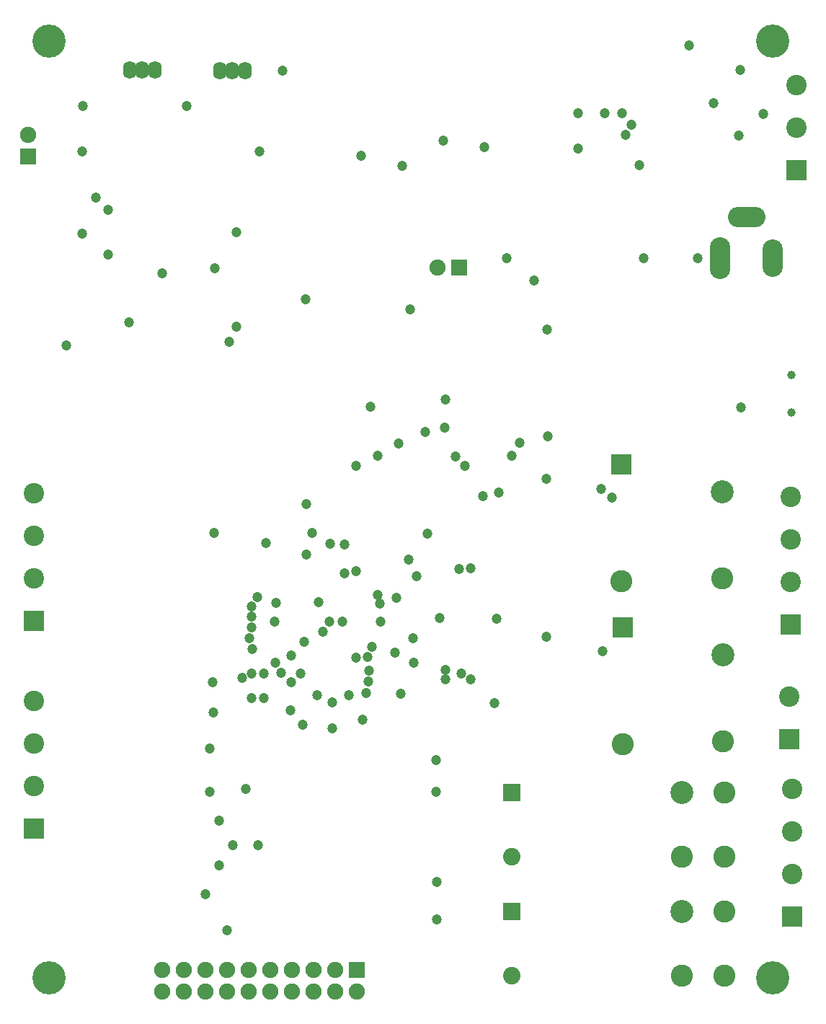
<source format=gbs>
%FSLAX44Y44*%
%MOMM*%
G71*
G01*
G75*
G04 Layer_Color=16711935*
%ADD10R,1.4000X1.5000*%
%ADD11O,2.2000X0.6000*%
%ADD12R,1.6000X1.5000*%
%ADD13R,3.3000X1.4000*%
%ADD14R,1.1000X1.5000*%
%ADD15R,1.6000X0.6000*%
%ADD16R,2.3000X2.3000*%
%ADD17R,1.5000X1.4000*%
%ADD18R,1.5000X1.6000*%
%ADD19R,2.5000X2.0000*%
%ADD20R,2.3000X0.5000*%
%ADD21R,1.8000X1.6000*%
%ADD22R,2.4000X3.3000*%
%ADD23R,2.4000X1.0000*%
%ADD24R,1.9000X3.4000*%
%ADD25R,0.6000X1.5000*%
%ADD26O,0.2500X1.5500*%
%ADD27O,1.5500X0.2500*%
%ADD28R,1.5000X0.7000*%
%ADD29R,1.3000X4.5000*%
%ADD30R,2.5000X1.8000*%
%ADD31R,2.3000X2.3000*%
%ADD32R,1.7000X1.1000*%
%ADD33C,0.2540*%
%ADD34C,2.0000*%
%ADD35C,2.3000*%
%ADD36C,1.6500*%
%ADD37C,2.2000*%
%ADD38R,1.6500X1.6500*%
%ADD39R,2.0000X2.0000*%
%ADD40C,0.6000*%
%ADD41O,4.0000X2.0000*%
%ADD42O,2.0000X4.0000*%
%ADD43O,2.0000X4.5000*%
%ADD44C,1.5000*%
%ADD45R,1.5000X1.5000*%
%ADD46O,1.2000X1.7000*%
%ADD47R,1.5000X1.5000*%
%ADD48C,2.0000*%
%ADD49C,3.5000*%
%ADD50C,0.8000*%
%ADD51R,1.8000X1.9000*%
%ADD52O,2.6000X1.0000*%
%ADD53R,2.0000X1.9000*%
%ADD54R,3.7000X1.8000*%
%ADD55R,1.5000X1.9000*%
%ADD56R,2.0000X1.0000*%
%ADD57R,2.7000X2.7000*%
%ADD58R,1.9000X1.8000*%
%ADD59R,1.9000X2.0000*%
%ADD60R,2.9000X2.4000*%
%ADD61R,2.7000X0.9000*%
%ADD62R,2.2000X2.0000*%
%ADD63R,2.8000X3.7000*%
%ADD64R,2.8000X1.4000*%
%ADD65R,2.3000X3.8000*%
%ADD66R,1.0000X1.9000*%
%ADD67O,0.6500X1.9500*%
%ADD68O,1.9500X0.6500*%
%ADD69R,1.9000X1.1000*%
%ADD70R,1.7000X4.9000*%
%ADD71R,2.9000X2.2000*%
%ADD72R,2.7000X2.7000*%
%ADD73R,2.1000X1.5000*%
%ADD74C,2.7000*%
%ADD75C,2.0500*%
%ADD76C,2.6000*%
%ADD77R,2.0500X2.0500*%
%ADD78R,2.4000X2.4000*%
%ADD79C,1.0000*%
%ADD80O,4.4000X2.4000*%
%ADD81O,2.4000X4.4000*%
%ADD82O,2.4000X4.9000*%
%ADD83C,1.9000*%
%ADD84R,1.9000X1.9000*%
%ADD85O,1.6000X2.1000*%
%ADD86R,1.9000X1.9000*%
%ADD87C,2.4000*%
%ADD88C,3.9000*%
%ADD89C,1.2000*%
D74*
X1381178Y792864D02*
D03*
Y653044D02*
D03*
X1428312Y1146035D02*
D03*
X1429232Y954534D02*
D03*
D75*
X1181178Y717865D02*
D03*
Y578044D02*
D03*
D76*
X1431178Y792864D02*
D03*
Y717865D02*
D03*
X1381178D02*
D03*
X1431178Y653044D02*
D03*
Y578044D02*
D03*
X1381178D02*
D03*
X1428312Y1044535D02*
D03*
X1310312Y1041035D02*
D03*
X1429232Y853034D02*
D03*
X1311232Y849534D02*
D03*
D77*
X1181178Y792864D02*
D03*
Y653044D02*
D03*
D78*
X1310312Y1178035D02*
D03*
X1311232Y986534D02*
D03*
X1508892Y990454D02*
D03*
X1510670Y647554D02*
D03*
X619892Y994264D02*
D03*
Y750424D02*
D03*
X1515767Y1523382D02*
D03*
X1507114Y855580D02*
D03*
D79*
X1510033Y1283110D02*
D03*
Y1239110D02*
D03*
D80*
X1457532Y1468368D02*
D03*
D81*
X1487532Y1420368D02*
D03*
D82*
X1425532D02*
D03*
D83*
X770362Y559416D02*
D03*
Y584816D02*
D03*
X795762Y559416D02*
D03*
Y584816D02*
D03*
X821162Y559416D02*
D03*
Y584816D02*
D03*
X846562Y559416D02*
D03*
Y584816D02*
D03*
X871962Y559416D02*
D03*
Y584816D02*
D03*
X897362Y559416D02*
D03*
Y584816D02*
D03*
X922762Y559416D02*
D03*
Y584816D02*
D03*
X948162Y559416D02*
D03*
Y584816D02*
D03*
X973562Y559416D02*
D03*
Y584816D02*
D03*
X998962Y559416D02*
D03*
X612728Y1565148D02*
D03*
X1094232Y1409192D02*
D03*
D84*
X998962Y584816D02*
D03*
X1119632Y1409192D02*
D03*
D85*
X867664Y1640586D02*
D03*
X852932D02*
D03*
X838200D02*
D03*
X732536Y1641094D02*
D03*
X747268D02*
D03*
X762000D02*
D03*
D86*
X612728Y1539748D02*
D03*
D87*
X1508892Y1140454D02*
D03*
Y1090454D02*
D03*
Y1040454D02*
D03*
X1510670Y797554D02*
D03*
Y747554D02*
D03*
Y697555D02*
D03*
X619892Y1144264D02*
D03*
Y1094265D02*
D03*
Y1044264D02*
D03*
Y900424D02*
D03*
Y850424D02*
D03*
Y800424D02*
D03*
X1515767Y1623382D02*
D03*
Y1573382D02*
D03*
X1507114Y905580D02*
D03*
D88*
X637532Y575664D02*
D03*
X1487532D02*
D03*
Y1675664D02*
D03*
X637532D02*
D03*
D89*
X692912Y1491742D02*
D03*
X731520Y1344930D02*
D03*
X849630Y1322070D02*
D03*
X892810Y1086104D02*
D03*
X959104Y981964D02*
D03*
X966978Y993902D02*
D03*
X998728Y951484D02*
D03*
X940054Y1131824D02*
D03*
X954278Y1016254D02*
D03*
X1004062Y1540764D02*
D03*
X1103630Y1254760D02*
D03*
X1102868Y1221486D02*
D03*
X1147572Y1140968D02*
D03*
X1096264Y997966D02*
D03*
X1016762Y964438D02*
D03*
X1043940Y957326D02*
D03*
X1052576Y1528826D02*
D03*
X1310894Y1590548D02*
D03*
X1290828Y1590294D02*
D03*
X1259078D02*
D03*
X1258824Y1549400D02*
D03*
X1288034Y958850D02*
D03*
X1161288Y897890D02*
D03*
X1330960Y1529842D02*
D03*
X1322070Y1576832D02*
D03*
X1314704Y1564894D02*
D03*
X1298702Y1138936D02*
D03*
X1132840Y1056132D02*
D03*
Y925830D02*
D03*
X1103122D02*
D03*
X1012952Y923036D02*
D03*
X1103630Y937006D02*
D03*
X1286002Y1149096D02*
D03*
X1121918Y932942D02*
D03*
X1013206Y936244D02*
D03*
X1148842Y1550416D02*
D03*
X937514Y970280D02*
D03*
X1100836Y1558036D02*
D03*
X1163574Y997458D02*
D03*
X1059942Y1066546D02*
D03*
X1023620Y1188720D02*
D03*
X1115568Y1187958D02*
D03*
X1181354Y1188466D02*
D03*
X952502Y907540D02*
D03*
X770878Y1402600D02*
D03*
X970682Y898758D02*
D03*
X970534Y868680D02*
D03*
X933450Y932688D02*
D03*
X935990Y872998D02*
D03*
X921258Y889254D02*
D03*
X883158Y731012D02*
D03*
X853948Y731520D02*
D03*
X821162Y673374D02*
D03*
X885190Y1545590D02*
D03*
X875792Y999744D02*
D03*
X882396Y1022350D02*
D03*
X875284Y1011428D02*
D03*
X864870Y927862D02*
D03*
X869188Y797052D02*
D03*
X847090Y631698D02*
D03*
X910590Y933196D02*
D03*
X837184Y759714D02*
D03*
X837438Y707390D02*
D03*
X875538Y986536D02*
D03*
X903478Y945134D02*
D03*
X872744Y973836D02*
D03*
X890016Y932688D02*
D03*
Y903986D02*
D03*
X826300Y793966D02*
D03*
X876046Y961136D02*
D03*
X875538Y932942D02*
D03*
Y904240D02*
D03*
X826732Y844512D02*
D03*
X831088Y886968D02*
D03*
X922528Y922528D02*
D03*
X830072D02*
D03*
X1399286Y1420368D02*
D03*
X1336040D02*
D03*
X1450088Y1245110D02*
D03*
X1223008Y1336550D02*
D03*
X1092776Y687900D02*
D03*
Y644076D02*
D03*
X1092708Y831088D02*
D03*
Y793496D02*
D03*
X911606Y1640586D02*
D03*
X1389380Y1669796D02*
D03*
X677672Y1599344D02*
D03*
X799592Y1599438D02*
D03*
X1449578Y1641602D02*
D03*
X1477010Y1590040D02*
D03*
X1418590Y1602232D02*
D03*
X1448054Y1564640D02*
D03*
X676656Y1546098D02*
D03*
Y1449578D02*
D03*
X657606Y1318006D02*
D03*
X707390Y1424432D02*
D03*
Y1477518D02*
D03*
X1175004Y1420114D02*
D03*
X1062228Y1359916D02*
D03*
X1221486Y976122D02*
D03*
X1221994Y1161034D02*
D03*
X1207262Y1394206D02*
D03*
X858012Y1450848D02*
D03*
X857758Y1340104D02*
D03*
X832358Y1408938D02*
D03*
X831596Y1097534D02*
D03*
X1190498Y1203960D02*
D03*
X1014984Y1245616D02*
D03*
X1026668Y1014476D02*
D03*
X1065886Y945490D02*
D03*
X1065276Y973836D02*
D03*
X981964Y993648D02*
D03*
X1005586Y878840D02*
D03*
X1011936Y951992D02*
D03*
X1023620Y1025398D02*
D03*
X1045718Y1021334D02*
D03*
X1081786Y1097026D02*
D03*
X1079246Y1216660D02*
D03*
X939038Y1372362D02*
D03*
X1048004Y1202436D02*
D03*
X1166368Y1145032D02*
D03*
X1126490Y1176782D02*
D03*
X998220Y1176274D02*
D03*
X946912Y1097788D02*
D03*
X1051052Y909320D02*
D03*
X1119632Y1055878D02*
D03*
X1069848Y1047242D02*
D03*
X1027176Y993648D02*
D03*
X1010158Y909828D02*
D03*
X989838Y907542D02*
D03*
X922528Y953516D02*
D03*
X940054Y1072642D02*
D03*
X1223518Y1211326D02*
D03*
X967486Y1084834D02*
D03*
X984758Y1084326D02*
D03*
X984504Y1050544D02*
D03*
X997966Y1052576D02*
D03*
X904240Y1015746D02*
D03*
X902462Y993648D02*
D03*
M02*

</source>
